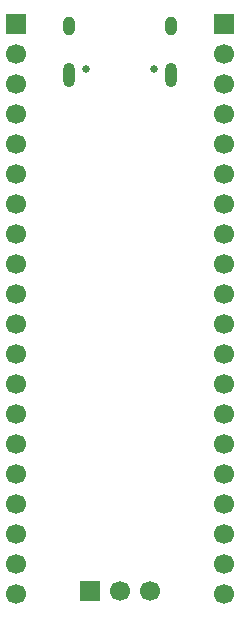
<source format=gbr>
%TF.GenerationSoftware,KiCad,Pcbnew,9.0.3*%
%TF.CreationDate,2025-11-26T12:48:42-06:00*%
%TF.ProjectId,onyx2040,6f6e7978-3230-4343-902e-6b696361645f,rev?*%
%TF.SameCoordinates,Original*%
%TF.FileFunction,Soldermask,Bot*%
%TF.FilePolarity,Negative*%
%FSLAX46Y46*%
G04 Gerber Fmt 4.6, Leading zero omitted, Abs format (unit mm)*
G04 Created by KiCad (PCBNEW 9.0.3) date 2025-11-26 12:48:42*
%MOMM*%
%LPD*%
G01*
G04 APERTURE LIST*
%ADD10R,1.700000X1.700000*%
%ADD11C,1.700000*%
%ADD12C,0.650000*%
%ADD13O,1.000000X2.100000*%
%ADD14O,1.000000X1.600000*%
G04 APERTURE END LIST*
D10*
%TO.C,J3*%
X149430000Y-80250000D03*
D11*
X149430000Y-82790000D03*
X149430000Y-85330000D03*
X149430000Y-87870000D03*
X149430000Y-90410000D03*
X149430000Y-92950000D03*
X149430000Y-95490000D03*
X149430000Y-98030000D03*
X149430000Y-100570000D03*
X149430000Y-103110000D03*
X149430000Y-105650000D03*
X149430000Y-108190000D03*
X149430000Y-110730000D03*
X149430000Y-113270000D03*
X149430000Y-115810000D03*
X149430000Y-118350000D03*
X149430000Y-120890000D03*
X149430000Y-123430000D03*
X149430000Y-125970000D03*
X149430000Y-128510000D03*
%TD*%
D10*
%TO.C,J1*%
X131770000Y-80250000D03*
D11*
X131770000Y-82790000D03*
X131770000Y-85330000D03*
X131770000Y-87870000D03*
X131770000Y-90410000D03*
X131770000Y-92950000D03*
X131770000Y-95490000D03*
X131770000Y-98030000D03*
X131770000Y-100570000D03*
X131770000Y-103110000D03*
X131770000Y-105650000D03*
X131770000Y-108190000D03*
X131770000Y-110730000D03*
X131770000Y-113270000D03*
X131770000Y-115810000D03*
X131770000Y-118350000D03*
X131770000Y-120890000D03*
X131770000Y-123430000D03*
X131770000Y-125970000D03*
X131770000Y-128510000D03*
%TD*%
D12*
%TO.C,J4*%
X143490000Y-84020000D03*
X137710000Y-84020000D03*
D13*
X144920000Y-84550000D03*
D14*
X144920000Y-80370000D03*
D13*
X136280000Y-84550000D03*
D14*
X136280000Y-80370000D03*
%TD*%
D10*
%TO.C,J2*%
X138060000Y-128270000D03*
D11*
X140600000Y-128270000D03*
X143140000Y-128270000D03*
%TD*%
M02*

</source>
